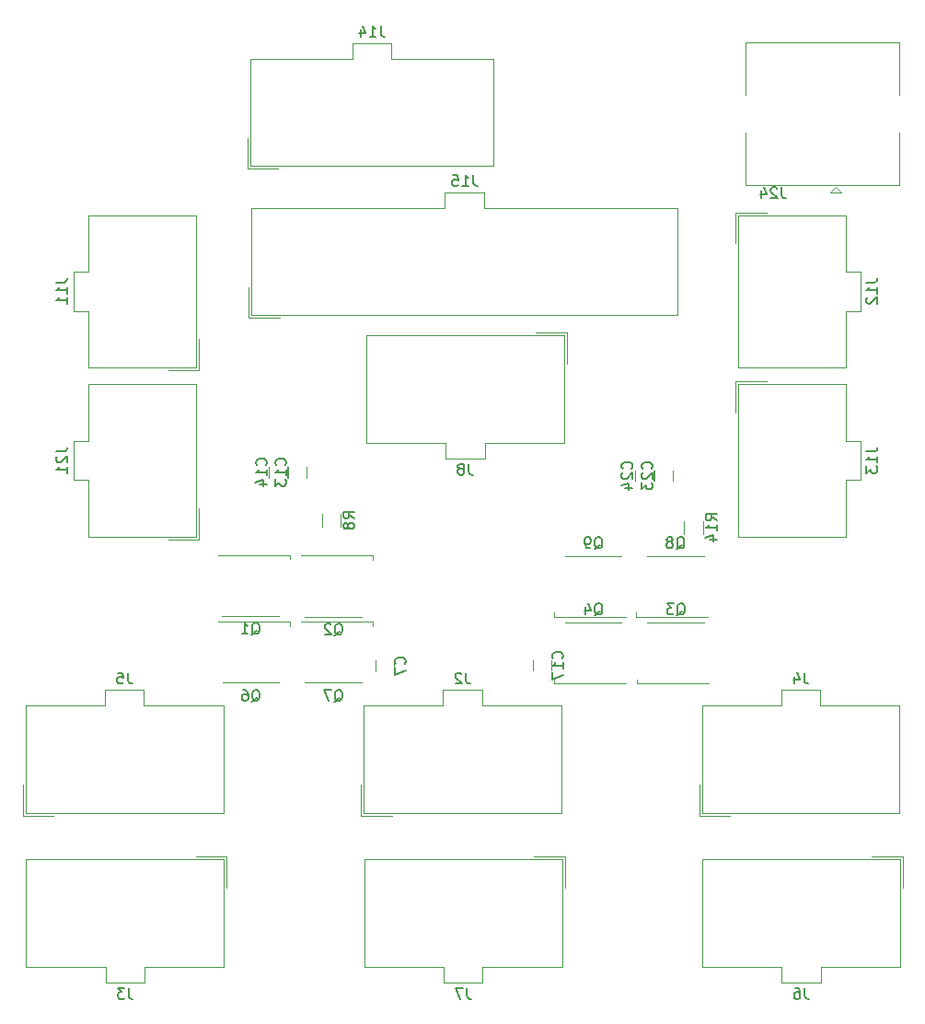
<source format=gbo>
G04 #@! TF.GenerationSoftware,KiCad,Pcbnew,(5.0.0)*
G04 #@! TF.CreationDate,2018-12-05T00:13:44-06:00*
G04 #@! TF.ProjectId,0002-ATX,303030322D4154582E6B696361645F70,0000*
G04 #@! TF.SameCoordinates,Original*
G04 #@! TF.FileFunction,Legend,Bot*
G04 #@! TF.FilePolarity,Positive*
%FSLAX46Y46*%
G04 Gerber Fmt 4.6, Leading zero omitted, Abs format (unit mm)*
G04 Created by KiCad (PCBNEW (5.0.0)) date 12/05/18 00:13:44*
%MOMM*%
%LPD*%
G01*
G04 APERTURE LIST*
%ADD10C,0.120000*%
%ADD11C,0.150000*%
G04 APERTURE END LIST*
D10*
G04 #@! TO.C,J21*
X127988000Y-105240000D02*
X125138000Y-105240000D01*
X127988000Y-102390000D02*
X127988000Y-105240000D01*
X116438000Y-96190000D02*
X116438000Y-97990000D01*
X117838000Y-96190000D02*
X116438000Y-96190000D01*
X117838000Y-90990000D02*
X117838000Y-96190000D01*
X127738000Y-90990000D02*
X117838000Y-90990000D01*
X127738000Y-97990000D02*
X127738000Y-90990000D01*
X116438000Y-99790000D02*
X116438000Y-97990000D01*
X117838000Y-99790000D02*
X116438000Y-99790000D01*
X117838000Y-104990000D02*
X117838000Y-99790000D01*
X127738000Y-104990000D02*
X117838000Y-104990000D01*
X127738000Y-97990000D02*
X127738000Y-104990000D01*
G04 #@! TO.C,Q1*
X136315000Y-106674000D02*
X136315000Y-107074000D01*
X129715000Y-106674000D02*
X136315000Y-106674000D01*
X130115000Y-112274000D02*
X135315000Y-112274000D01*
G04 #@! TO.C,Q6*
X130127000Y-118423000D02*
X135327000Y-118423000D01*
X129727000Y-112823000D02*
X136327000Y-112823000D01*
X136327000Y-112823000D02*
X136327000Y-113223000D01*
G04 #@! TO.C,J15*
X132550000Y-84896000D02*
X132550000Y-82046000D01*
X135400000Y-84896000D02*
X132550000Y-84896000D01*
X154200000Y-73346000D02*
X152400000Y-73346000D01*
X154200000Y-74746000D02*
X154200000Y-73346000D01*
X172000000Y-74746000D02*
X154200000Y-74746000D01*
X172000000Y-84646000D02*
X172000000Y-74746000D01*
X152400000Y-84646000D02*
X172000000Y-84646000D01*
X150600000Y-73346000D02*
X152400000Y-73346000D01*
X150600000Y-74746000D02*
X150600000Y-73346000D01*
X132800000Y-74746000D02*
X150600000Y-74746000D01*
X132800000Y-84646000D02*
X132800000Y-74746000D01*
X152400000Y-84646000D02*
X132800000Y-84646000D01*
G04 #@! TO.C,Q9*
X166844000Y-106798000D02*
X161644000Y-106798000D01*
X167244000Y-112398000D02*
X160644000Y-112398000D01*
X160644000Y-112398000D02*
X160644000Y-111998000D01*
G04 #@! TO.C,C7*
X144184000Y-117356000D02*
X144184000Y-116356000D01*
X145884000Y-116356000D02*
X145884000Y-117356000D01*
G04 #@! TO.C,C13*
X137883000Y-98560000D02*
X137883000Y-99560000D01*
X136183000Y-99560000D02*
X136183000Y-98560000D01*
G04 #@! TO.C,C14*
X134405000Y-99560000D02*
X134405000Y-98560000D01*
X136105000Y-98560000D02*
X136105000Y-99560000D01*
G04 #@! TO.C,C23*
X171601000Y-98877000D02*
X171601000Y-99877000D01*
X169901000Y-99877000D02*
X169901000Y-98877000D01*
G04 #@! TO.C,C24*
X169760000Y-98877000D02*
X169760000Y-99877000D01*
X168060000Y-99877000D02*
X168060000Y-98877000D01*
G04 #@! TO.C,Q3*
X174431000Y-112897000D02*
X169231000Y-112897000D01*
X174831000Y-118497000D02*
X168231000Y-118497000D01*
X168231000Y-118497000D02*
X168231000Y-118097000D01*
G04 #@! TO.C,Q4*
X160652000Y-118494000D02*
X160652000Y-118094000D01*
X167252000Y-118494000D02*
X160652000Y-118494000D01*
X166852000Y-112894000D02*
X161652000Y-112894000D01*
G04 #@! TO.C,R14*
X174362000Y-104740000D02*
X174362000Y-103540000D01*
X172602000Y-103540000D02*
X172602000Y-104740000D01*
G04 #@! TO.C,Q2*
X137735000Y-112348000D02*
X142935000Y-112348000D01*
X137335000Y-106748000D02*
X143935000Y-106748000D01*
X143935000Y-106748000D02*
X143935000Y-107148000D01*
G04 #@! TO.C,Q7*
X143935000Y-112833000D02*
X143935000Y-113233000D01*
X137335000Y-112833000D02*
X143935000Y-112833000D01*
X137735000Y-118433000D02*
X142935000Y-118433000D01*
G04 #@! TO.C,Q8*
X168200000Y-112398000D02*
X168200000Y-111998000D01*
X174800000Y-112398000D02*
X168200000Y-112398000D01*
X174400000Y-106798000D02*
X169200000Y-106798000D01*
G04 #@! TO.C,R8*
X141024000Y-104089000D02*
X141024000Y-102889000D01*
X139264000Y-102889000D02*
X139264000Y-104089000D01*
G04 #@! TO.C,C17*
X160362000Y-116324000D02*
X160362000Y-117324000D01*
X158662000Y-117324000D02*
X158662000Y-116324000D01*
G04 #@! TO.C,J2*
X142868000Y-130655000D02*
X142868000Y-127805000D01*
X145718000Y-130655000D02*
X142868000Y-130655000D01*
X154018000Y-119105000D02*
X152218000Y-119105000D01*
X154018000Y-120505000D02*
X154018000Y-119105000D01*
X161318000Y-120505000D02*
X154018000Y-120505000D01*
X161318000Y-130405000D02*
X161318000Y-120505000D01*
X152218000Y-130405000D02*
X161318000Y-130405000D01*
X150418000Y-119105000D02*
X152218000Y-119105000D01*
X150418000Y-120505000D02*
X150418000Y-119105000D01*
X143118000Y-120505000D02*
X150418000Y-120505000D01*
X143118000Y-130405000D02*
X143118000Y-120505000D01*
X152218000Y-130405000D02*
X143118000Y-130405000D01*
G04 #@! TO.C,J3*
X121172000Y-134683000D02*
X130272000Y-134683000D01*
X130272000Y-134683000D02*
X130272000Y-144583000D01*
X130272000Y-144583000D02*
X122972000Y-144583000D01*
X122972000Y-144583000D02*
X122972000Y-145983000D01*
X122972000Y-145983000D02*
X121172000Y-145983000D01*
X121172000Y-134683000D02*
X112072000Y-134683000D01*
X112072000Y-134683000D02*
X112072000Y-144583000D01*
X112072000Y-144583000D02*
X119372000Y-144583000D01*
X119372000Y-144583000D02*
X119372000Y-145983000D01*
X119372000Y-145983000D02*
X121172000Y-145983000D01*
X127672000Y-134433000D02*
X130522000Y-134433000D01*
X130522000Y-134433000D02*
X130522000Y-137283000D01*
G04 #@! TO.C,J4*
X173979000Y-130655000D02*
X173979000Y-127805000D01*
X176829000Y-130655000D02*
X173979000Y-130655000D01*
X185129000Y-119105000D02*
X183329000Y-119105000D01*
X185129000Y-120505000D02*
X185129000Y-119105000D01*
X192429000Y-120505000D02*
X185129000Y-120505000D01*
X192429000Y-130405000D02*
X192429000Y-120505000D01*
X183329000Y-130405000D02*
X192429000Y-130405000D01*
X181529000Y-119105000D02*
X183329000Y-119105000D01*
X181529000Y-120505000D02*
X181529000Y-119105000D01*
X174229000Y-120505000D02*
X181529000Y-120505000D01*
X174229000Y-130405000D02*
X174229000Y-120505000D01*
X183329000Y-130405000D02*
X174229000Y-130405000D01*
G04 #@! TO.C,J6*
X192724000Y-134433000D02*
X192724000Y-137283000D01*
X189874000Y-134433000D02*
X192724000Y-134433000D01*
X181574000Y-145983000D02*
X183374000Y-145983000D01*
X181574000Y-144583000D02*
X181574000Y-145983000D01*
X174274000Y-144583000D02*
X181574000Y-144583000D01*
X174274000Y-134683000D02*
X174274000Y-144583000D01*
X183374000Y-134683000D02*
X174274000Y-134683000D01*
X185174000Y-145983000D02*
X183374000Y-145983000D01*
X185174000Y-144583000D02*
X185174000Y-145983000D01*
X192474000Y-144583000D02*
X185174000Y-144583000D01*
X192474000Y-134683000D02*
X192474000Y-144583000D01*
X183374000Y-134683000D02*
X192474000Y-134683000D01*
G04 #@! TO.C,J7*
X152273000Y-134683000D02*
X161373000Y-134683000D01*
X161373000Y-134683000D02*
X161373000Y-144583000D01*
X161373000Y-144583000D02*
X154073000Y-144583000D01*
X154073000Y-144583000D02*
X154073000Y-145983000D01*
X154073000Y-145983000D02*
X152273000Y-145983000D01*
X152273000Y-134683000D02*
X143173000Y-134683000D01*
X143173000Y-134683000D02*
X143173000Y-144583000D01*
X143173000Y-144583000D02*
X150473000Y-144583000D01*
X150473000Y-144583000D02*
X150473000Y-145983000D01*
X150473000Y-145983000D02*
X152273000Y-145983000D01*
X158773000Y-134433000D02*
X161623000Y-134433000D01*
X161623000Y-134433000D02*
X161623000Y-137283000D01*
G04 #@! TO.C,J8*
X161800000Y-86249200D02*
X161800000Y-89099200D01*
X158950000Y-86249200D02*
X161800000Y-86249200D01*
X150650000Y-97799200D02*
X152450000Y-97799200D01*
X150650000Y-96399200D02*
X150650000Y-97799200D01*
X143350000Y-96399200D02*
X150650000Y-96399200D01*
X143350000Y-86499200D02*
X143350000Y-96399200D01*
X152450000Y-86499200D02*
X143350000Y-86499200D01*
X154250000Y-97799200D02*
X152450000Y-97799200D01*
X154250000Y-96399200D02*
X154250000Y-97799200D01*
X161550000Y-96399200D02*
X154250000Y-96399200D01*
X161550000Y-86499200D02*
X161550000Y-96399200D01*
X152450000Y-86499200D02*
X161550000Y-86499200D01*
G04 #@! TO.C,J11*
X127738000Y-82432000D02*
X127738000Y-89432000D01*
X127738000Y-89432000D02*
X117838000Y-89432000D01*
X117838000Y-89432000D02*
X117838000Y-84232000D01*
X117838000Y-84232000D02*
X116438000Y-84232000D01*
X116438000Y-84232000D02*
X116438000Y-82432000D01*
X127738000Y-82432000D02*
X127738000Y-75432000D01*
X127738000Y-75432000D02*
X117838000Y-75432000D01*
X117838000Y-75432000D02*
X117838000Y-80632000D01*
X117838000Y-80632000D02*
X116438000Y-80632000D01*
X116438000Y-80632000D02*
X116438000Y-82432000D01*
X127988000Y-86832000D02*
X127988000Y-89682000D01*
X127988000Y-89682000D02*
X125138000Y-89682000D01*
G04 #@! TO.C,J12*
X177320000Y-75182000D02*
X180170000Y-75182000D01*
X177320000Y-78032000D02*
X177320000Y-75182000D01*
X188870000Y-84232000D02*
X188870000Y-82432000D01*
X187470000Y-84232000D02*
X188870000Y-84232000D01*
X187470000Y-89432000D02*
X187470000Y-84232000D01*
X177570000Y-89432000D02*
X187470000Y-89432000D01*
X177570000Y-82432000D02*
X177570000Y-89432000D01*
X188870000Y-80632000D02*
X188870000Y-82432000D01*
X187470000Y-80632000D02*
X188870000Y-80632000D01*
X187470000Y-75432000D02*
X187470000Y-80632000D01*
X177570000Y-75432000D02*
X187470000Y-75432000D01*
X177570000Y-82432000D02*
X177570000Y-75432000D01*
G04 #@! TO.C,J13*
X177570000Y-97989500D02*
X177570000Y-90989500D01*
X177570000Y-90989500D02*
X187470000Y-90989500D01*
X187470000Y-90989500D02*
X187470000Y-96189500D01*
X187470000Y-96189500D02*
X188870000Y-96189500D01*
X188870000Y-96189500D02*
X188870000Y-97989500D01*
X177570000Y-97989500D02*
X177570000Y-104989500D01*
X177570000Y-104989500D02*
X187470000Y-104989500D01*
X187470000Y-104989500D02*
X187470000Y-99789500D01*
X187470000Y-99789500D02*
X188870000Y-99789500D01*
X188870000Y-99789500D02*
X188870000Y-97989500D01*
X177320000Y-93589500D02*
X177320000Y-90739500D01*
X177320000Y-90739500D02*
X180170000Y-90739500D01*
G04 #@! TO.C,J14*
X132423000Y-71180000D02*
X132423000Y-68330000D01*
X135273000Y-71180000D02*
X132423000Y-71180000D01*
X145673000Y-59630000D02*
X143873000Y-59630000D01*
X145673000Y-61030000D02*
X145673000Y-59630000D01*
X155073000Y-61030000D02*
X145673000Y-61030000D01*
X155073000Y-70930000D02*
X155073000Y-61030000D01*
X143873000Y-70930000D02*
X155073000Y-70930000D01*
X142073000Y-59630000D02*
X143873000Y-59630000D01*
X142073000Y-61030000D02*
X142073000Y-59630000D01*
X132673000Y-61030000D02*
X142073000Y-61030000D01*
X132673000Y-70930000D02*
X132673000Y-61030000D01*
X143873000Y-70930000D02*
X132673000Y-70930000D01*
G04 #@! TO.C,J5*
X121108000Y-130405000D02*
X112008000Y-130405000D01*
X112008000Y-130405000D02*
X112008000Y-120505000D01*
X112008000Y-120505000D02*
X119308000Y-120505000D01*
X119308000Y-120505000D02*
X119308000Y-119105000D01*
X119308000Y-119105000D02*
X121108000Y-119105000D01*
X121108000Y-130405000D02*
X130208000Y-130405000D01*
X130208000Y-130405000D02*
X130208000Y-120505000D01*
X130208000Y-120505000D02*
X122908000Y-120505000D01*
X122908000Y-120505000D02*
X122908000Y-119105000D01*
X122908000Y-119105000D02*
X121108000Y-119105000D01*
X114608000Y-130655000D02*
X111758000Y-130655000D01*
X111758000Y-130655000D02*
X111758000Y-127805000D01*
G04 #@! TO.C,J24*
X178256000Y-67877000D02*
X178256000Y-72677000D01*
X178256000Y-59577000D02*
X178256000Y-64377000D01*
X192356000Y-59577000D02*
X178256000Y-59577000D01*
X192356000Y-64377000D02*
X192356000Y-59577000D01*
X192356000Y-72677000D02*
X192356000Y-67877000D01*
X178256000Y-72677000D02*
X192356000Y-72677000D01*
X186056000Y-73377000D02*
X186556000Y-72877000D01*
X187056000Y-73377000D02*
X186056000Y-73377000D01*
X186556000Y-72877000D02*
X187056000Y-73377000D01*
G04 #@! TO.C,J21*
D11*
X114840380Y-97180476D02*
X115554666Y-97180476D01*
X115697523Y-97132857D01*
X115792761Y-97037619D01*
X115840380Y-96894761D01*
X115840380Y-96799523D01*
X114935619Y-97609047D02*
X114888000Y-97656666D01*
X114840380Y-97751904D01*
X114840380Y-97990000D01*
X114888000Y-98085238D01*
X114935619Y-98132857D01*
X115030857Y-98180476D01*
X115126095Y-98180476D01*
X115268952Y-98132857D01*
X115840380Y-97561428D01*
X115840380Y-98180476D01*
X115840380Y-99132857D02*
X115840380Y-98561428D01*
X115840380Y-98847142D02*
X114840380Y-98847142D01*
X114983238Y-98751904D01*
X115078476Y-98656666D01*
X115126095Y-98561428D01*
G04 #@! TO.C,Q1*
X132810238Y-114021619D02*
X132905476Y-113974000D01*
X133000714Y-113878761D01*
X133143571Y-113735904D01*
X133238809Y-113688285D01*
X133334047Y-113688285D01*
X133286428Y-113926380D02*
X133381666Y-113878761D01*
X133476904Y-113783523D01*
X133524523Y-113593047D01*
X133524523Y-113259714D01*
X133476904Y-113069238D01*
X133381666Y-112974000D01*
X133286428Y-112926380D01*
X133095952Y-112926380D01*
X133000714Y-112974000D01*
X132905476Y-113069238D01*
X132857857Y-113259714D01*
X132857857Y-113593047D01*
X132905476Y-113783523D01*
X133000714Y-113878761D01*
X133095952Y-113926380D01*
X133286428Y-113926380D01*
X131905476Y-113926380D02*
X132476904Y-113926380D01*
X132191190Y-113926380D02*
X132191190Y-112926380D01*
X132286428Y-113069238D01*
X132381666Y-113164476D01*
X132476904Y-113212095D01*
G04 #@! TO.C,Q6*
X132822238Y-120170619D02*
X132917476Y-120123000D01*
X133012714Y-120027761D01*
X133155571Y-119884904D01*
X133250809Y-119837285D01*
X133346047Y-119837285D01*
X133298428Y-120075380D02*
X133393666Y-120027761D01*
X133488904Y-119932523D01*
X133536523Y-119742047D01*
X133536523Y-119408714D01*
X133488904Y-119218238D01*
X133393666Y-119123000D01*
X133298428Y-119075380D01*
X133107952Y-119075380D01*
X133012714Y-119123000D01*
X132917476Y-119218238D01*
X132869857Y-119408714D01*
X132869857Y-119742047D01*
X132917476Y-119932523D01*
X133012714Y-120027761D01*
X133107952Y-120075380D01*
X133298428Y-120075380D01*
X132012714Y-119075380D02*
X132203190Y-119075380D01*
X132298428Y-119123000D01*
X132346047Y-119170619D01*
X132441285Y-119313476D01*
X132488904Y-119503952D01*
X132488904Y-119884904D01*
X132441285Y-119980142D01*
X132393666Y-120027761D01*
X132298428Y-120075380D01*
X132107952Y-120075380D01*
X132012714Y-120027761D01*
X131965095Y-119980142D01*
X131917476Y-119884904D01*
X131917476Y-119646809D01*
X131965095Y-119551571D01*
X132012714Y-119503952D01*
X132107952Y-119456333D01*
X132298428Y-119456333D01*
X132393666Y-119503952D01*
X132441285Y-119551571D01*
X132488904Y-119646809D01*
G04 #@! TO.C,J15*
X153209523Y-71748380D02*
X153209523Y-72462666D01*
X153257142Y-72605523D01*
X153352380Y-72700761D01*
X153495238Y-72748380D01*
X153590476Y-72748380D01*
X152209523Y-72748380D02*
X152780952Y-72748380D01*
X152495238Y-72748380D02*
X152495238Y-71748380D01*
X152590476Y-71891238D01*
X152685714Y-71986476D01*
X152780952Y-72034095D01*
X151304761Y-71748380D02*
X151780952Y-71748380D01*
X151828571Y-72224571D01*
X151780952Y-72176952D01*
X151685714Y-72129333D01*
X151447619Y-72129333D01*
X151352380Y-72176952D01*
X151304761Y-72224571D01*
X151257142Y-72319809D01*
X151257142Y-72557904D01*
X151304761Y-72653142D01*
X151352380Y-72700761D01*
X151447619Y-72748380D01*
X151685714Y-72748380D01*
X151780952Y-72700761D01*
X151828571Y-72653142D01*
G04 #@! TO.C,Q9*
X164339238Y-106145619D02*
X164434476Y-106098000D01*
X164529714Y-106002761D01*
X164672571Y-105859904D01*
X164767809Y-105812285D01*
X164863047Y-105812285D01*
X164815428Y-106050380D02*
X164910666Y-106002761D01*
X165005904Y-105907523D01*
X165053523Y-105717047D01*
X165053523Y-105383714D01*
X165005904Y-105193238D01*
X164910666Y-105098000D01*
X164815428Y-105050380D01*
X164624952Y-105050380D01*
X164529714Y-105098000D01*
X164434476Y-105193238D01*
X164386857Y-105383714D01*
X164386857Y-105717047D01*
X164434476Y-105907523D01*
X164529714Y-106002761D01*
X164624952Y-106050380D01*
X164815428Y-106050380D01*
X163910666Y-106050380D02*
X163720190Y-106050380D01*
X163624952Y-106002761D01*
X163577333Y-105955142D01*
X163482095Y-105812285D01*
X163434476Y-105621809D01*
X163434476Y-105240857D01*
X163482095Y-105145619D01*
X163529714Y-105098000D01*
X163624952Y-105050380D01*
X163815428Y-105050380D01*
X163910666Y-105098000D01*
X163958285Y-105145619D01*
X164005904Y-105240857D01*
X164005904Y-105478952D01*
X163958285Y-105574190D01*
X163910666Y-105621809D01*
X163815428Y-105669428D01*
X163624952Y-105669428D01*
X163529714Y-105621809D01*
X163482095Y-105574190D01*
X163434476Y-105478952D01*
G04 #@! TO.C,C7*
X146891142Y-116689333D02*
X146938761Y-116641714D01*
X146986380Y-116498857D01*
X146986380Y-116403619D01*
X146938761Y-116260761D01*
X146843523Y-116165523D01*
X146748285Y-116117904D01*
X146557809Y-116070285D01*
X146414952Y-116070285D01*
X146224476Y-116117904D01*
X146129238Y-116165523D01*
X146034000Y-116260761D01*
X145986380Y-116403619D01*
X145986380Y-116498857D01*
X146034000Y-116641714D01*
X146081619Y-116689333D01*
X145986380Y-117022666D02*
X145986380Y-117689333D01*
X146986380Y-117260761D01*
G04 #@! TO.C,C13*
X135890142Y-98417142D02*
X135937761Y-98369523D01*
X135985380Y-98226666D01*
X135985380Y-98131428D01*
X135937761Y-97988571D01*
X135842523Y-97893333D01*
X135747285Y-97845714D01*
X135556809Y-97798095D01*
X135413952Y-97798095D01*
X135223476Y-97845714D01*
X135128238Y-97893333D01*
X135033000Y-97988571D01*
X134985380Y-98131428D01*
X134985380Y-98226666D01*
X135033000Y-98369523D01*
X135080619Y-98417142D01*
X135985380Y-99369523D02*
X135985380Y-98798095D01*
X135985380Y-99083809D02*
X134985380Y-99083809D01*
X135128238Y-98988571D01*
X135223476Y-98893333D01*
X135271095Y-98798095D01*
X134985380Y-99702857D02*
X134985380Y-100321904D01*
X135366333Y-99988571D01*
X135366333Y-100131428D01*
X135413952Y-100226666D01*
X135461571Y-100274285D01*
X135556809Y-100321904D01*
X135794904Y-100321904D01*
X135890142Y-100274285D01*
X135937761Y-100226666D01*
X135985380Y-100131428D01*
X135985380Y-99845714D01*
X135937761Y-99750476D01*
X135890142Y-99702857D01*
G04 #@! TO.C,C14*
X134112142Y-98417142D02*
X134159761Y-98369523D01*
X134207380Y-98226666D01*
X134207380Y-98131428D01*
X134159761Y-97988571D01*
X134064523Y-97893333D01*
X133969285Y-97845714D01*
X133778809Y-97798095D01*
X133635952Y-97798095D01*
X133445476Y-97845714D01*
X133350238Y-97893333D01*
X133255000Y-97988571D01*
X133207380Y-98131428D01*
X133207380Y-98226666D01*
X133255000Y-98369523D01*
X133302619Y-98417142D01*
X134207380Y-99369523D02*
X134207380Y-98798095D01*
X134207380Y-99083809D02*
X133207380Y-99083809D01*
X133350238Y-98988571D01*
X133445476Y-98893333D01*
X133493095Y-98798095D01*
X133540714Y-100226666D02*
X134207380Y-100226666D01*
X133159761Y-99988571D02*
X133874047Y-99750476D01*
X133874047Y-100369523D01*
G04 #@! TO.C,C23*
X169608142Y-98734142D02*
X169655761Y-98686523D01*
X169703380Y-98543666D01*
X169703380Y-98448428D01*
X169655761Y-98305571D01*
X169560523Y-98210333D01*
X169465285Y-98162714D01*
X169274809Y-98115095D01*
X169131952Y-98115095D01*
X168941476Y-98162714D01*
X168846238Y-98210333D01*
X168751000Y-98305571D01*
X168703380Y-98448428D01*
X168703380Y-98543666D01*
X168751000Y-98686523D01*
X168798619Y-98734142D01*
X168798619Y-99115095D02*
X168751000Y-99162714D01*
X168703380Y-99257952D01*
X168703380Y-99496047D01*
X168751000Y-99591285D01*
X168798619Y-99638904D01*
X168893857Y-99686523D01*
X168989095Y-99686523D01*
X169131952Y-99638904D01*
X169703380Y-99067476D01*
X169703380Y-99686523D01*
X168703380Y-100019857D02*
X168703380Y-100638904D01*
X169084333Y-100305571D01*
X169084333Y-100448428D01*
X169131952Y-100543666D01*
X169179571Y-100591285D01*
X169274809Y-100638904D01*
X169512904Y-100638904D01*
X169608142Y-100591285D01*
X169655761Y-100543666D01*
X169703380Y-100448428D01*
X169703380Y-100162714D01*
X169655761Y-100067476D01*
X169608142Y-100019857D01*
G04 #@! TO.C,C24*
X167767142Y-98734142D02*
X167814761Y-98686523D01*
X167862380Y-98543666D01*
X167862380Y-98448428D01*
X167814761Y-98305571D01*
X167719523Y-98210333D01*
X167624285Y-98162714D01*
X167433809Y-98115095D01*
X167290952Y-98115095D01*
X167100476Y-98162714D01*
X167005238Y-98210333D01*
X166910000Y-98305571D01*
X166862380Y-98448428D01*
X166862380Y-98543666D01*
X166910000Y-98686523D01*
X166957619Y-98734142D01*
X166957619Y-99115095D02*
X166910000Y-99162714D01*
X166862380Y-99257952D01*
X166862380Y-99496047D01*
X166910000Y-99591285D01*
X166957619Y-99638904D01*
X167052857Y-99686523D01*
X167148095Y-99686523D01*
X167290952Y-99638904D01*
X167862380Y-99067476D01*
X167862380Y-99686523D01*
X167195714Y-100543666D02*
X167862380Y-100543666D01*
X166814761Y-100305571D02*
X167529047Y-100067476D01*
X167529047Y-100686523D01*
G04 #@! TO.C,Q3*
X171926238Y-112244619D02*
X172021476Y-112197000D01*
X172116714Y-112101761D01*
X172259571Y-111958904D01*
X172354809Y-111911285D01*
X172450047Y-111911285D01*
X172402428Y-112149380D02*
X172497666Y-112101761D01*
X172592904Y-112006523D01*
X172640523Y-111816047D01*
X172640523Y-111482714D01*
X172592904Y-111292238D01*
X172497666Y-111197000D01*
X172402428Y-111149380D01*
X172211952Y-111149380D01*
X172116714Y-111197000D01*
X172021476Y-111292238D01*
X171973857Y-111482714D01*
X171973857Y-111816047D01*
X172021476Y-112006523D01*
X172116714Y-112101761D01*
X172211952Y-112149380D01*
X172402428Y-112149380D01*
X171640523Y-111149380D02*
X171021476Y-111149380D01*
X171354809Y-111530333D01*
X171211952Y-111530333D01*
X171116714Y-111577952D01*
X171069095Y-111625571D01*
X171021476Y-111720809D01*
X171021476Y-111958904D01*
X171069095Y-112054142D01*
X171116714Y-112101761D01*
X171211952Y-112149380D01*
X171497666Y-112149380D01*
X171592904Y-112101761D01*
X171640523Y-112054142D01*
G04 #@! TO.C,Q4*
X164347238Y-112241619D02*
X164442476Y-112194000D01*
X164537714Y-112098761D01*
X164680571Y-111955904D01*
X164775809Y-111908285D01*
X164871047Y-111908285D01*
X164823428Y-112146380D02*
X164918666Y-112098761D01*
X165013904Y-112003523D01*
X165061523Y-111813047D01*
X165061523Y-111479714D01*
X165013904Y-111289238D01*
X164918666Y-111194000D01*
X164823428Y-111146380D01*
X164632952Y-111146380D01*
X164537714Y-111194000D01*
X164442476Y-111289238D01*
X164394857Y-111479714D01*
X164394857Y-111813047D01*
X164442476Y-112003523D01*
X164537714Y-112098761D01*
X164632952Y-112146380D01*
X164823428Y-112146380D01*
X163537714Y-111479714D02*
X163537714Y-112146380D01*
X163775809Y-111098761D02*
X164013904Y-111813047D01*
X163394857Y-111813047D01*
G04 #@! TO.C,R14*
X175584380Y-103497142D02*
X175108190Y-103163809D01*
X175584380Y-102925714D02*
X174584380Y-102925714D01*
X174584380Y-103306666D01*
X174632000Y-103401904D01*
X174679619Y-103449523D01*
X174774857Y-103497142D01*
X174917714Y-103497142D01*
X175012952Y-103449523D01*
X175060571Y-103401904D01*
X175108190Y-103306666D01*
X175108190Y-102925714D01*
X175584380Y-104449523D02*
X175584380Y-103878095D01*
X175584380Y-104163809D02*
X174584380Y-104163809D01*
X174727238Y-104068571D01*
X174822476Y-103973333D01*
X174870095Y-103878095D01*
X174917714Y-105306666D02*
X175584380Y-105306666D01*
X174536761Y-105068571D02*
X175251047Y-104830476D01*
X175251047Y-105449523D01*
G04 #@! TO.C,Q2*
X140430238Y-114095619D02*
X140525476Y-114048000D01*
X140620714Y-113952761D01*
X140763571Y-113809904D01*
X140858809Y-113762285D01*
X140954047Y-113762285D01*
X140906428Y-114000380D02*
X141001666Y-113952761D01*
X141096904Y-113857523D01*
X141144523Y-113667047D01*
X141144523Y-113333714D01*
X141096904Y-113143238D01*
X141001666Y-113048000D01*
X140906428Y-113000380D01*
X140715952Y-113000380D01*
X140620714Y-113048000D01*
X140525476Y-113143238D01*
X140477857Y-113333714D01*
X140477857Y-113667047D01*
X140525476Y-113857523D01*
X140620714Y-113952761D01*
X140715952Y-114000380D01*
X140906428Y-114000380D01*
X140096904Y-113095619D02*
X140049285Y-113048000D01*
X139954047Y-113000380D01*
X139715952Y-113000380D01*
X139620714Y-113048000D01*
X139573095Y-113095619D01*
X139525476Y-113190857D01*
X139525476Y-113286095D01*
X139573095Y-113428952D01*
X140144523Y-114000380D01*
X139525476Y-114000380D01*
G04 #@! TO.C,Q7*
X140430238Y-120180619D02*
X140525476Y-120133000D01*
X140620714Y-120037761D01*
X140763571Y-119894904D01*
X140858809Y-119847285D01*
X140954047Y-119847285D01*
X140906428Y-120085380D02*
X141001666Y-120037761D01*
X141096904Y-119942523D01*
X141144523Y-119752047D01*
X141144523Y-119418714D01*
X141096904Y-119228238D01*
X141001666Y-119133000D01*
X140906428Y-119085380D01*
X140715952Y-119085380D01*
X140620714Y-119133000D01*
X140525476Y-119228238D01*
X140477857Y-119418714D01*
X140477857Y-119752047D01*
X140525476Y-119942523D01*
X140620714Y-120037761D01*
X140715952Y-120085380D01*
X140906428Y-120085380D01*
X140144523Y-119085380D02*
X139477857Y-119085380D01*
X139906428Y-120085380D01*
G04 #@! TO.C,Q8*
X171895238Y-106145619D02*
X171990476Y-106098000D01*
X172085714Y-106002761D01*
X172228571Y-105859904D01*
X172323809Y-105812285D01*
X172419047Y-105812285D01*
X172371428Y-106050380D02*
X172466666Y-106002761D01*
X172561904Y-105907523D01*
X172609523Y-105717047D01*
X172609523Y-105383714D01*
X172561904Y-105193238D01*
X172466666Y-105098000D01*
X172371428Y-105050380D01*
X172180952Y-105050380D01*
X172085714Y-105098000D01*
X171990476Y-105193238D01*
X171942857Y-105383714D01*
X171942857Y-105717047D01*
X171990476Y-105907523D01*
X172085714Y-106002761D01*
X172180952Y-106050380D01*
X172371428Y-106050380D01*
X171371428Y-105478952D02*
X171466666Y-105431333D01*
X171514285Y-105383714D01*
X171561904Y-105288476D01*
X171561904Y-105240857D01*
X171514285Y-105145619D01*
X171466666Y-105098000D01*
X171371428Y-105050380D01*
X171180952Y-105050380D01*
X171085714Y-105098000D01*
X171038095Y-105145619D01*
X170990476Y-105240857D01*
X170990476Y-105288476D01*
X171038095Y-105383714D01*
X171085714Y-105431333D01*
X171180952Y-105478952D01*
X171371428Y-105478952D01*
X171466666Y-105526571D01*
X171514285Y-105574190D01*
X171561904Y-105669428D01*
X171561904Y-105859904D01*
X171514285Y-105955142D01*
X171466666Y-106002761D01*
X171371428Y-106050380D01*
X171180952Y-106050380D01*
X171085714Y-106002761D01*
X171038095Y-105955142D01*
X170990476Y-105859904D01*
X170990476Y-105669428D01*
X171038095Y-105574190D01*
X171085714Y-105526571D01*
X171180952Y-105478952D01*
G04 #@! TO.C,R8*
X142246380Y-103322333D02*
X141770190Y-102989000D01*
X142246380Y-102750904D02*
X141246380Y-102750904D01*
X141246380Y-103131857D01*
X141294000Y-103227095D01*
X141341619Y-103274714D01*
X141436857Y-103322333D01*
X141579714Y-103322333D01*
X141674952Y-103274714D01*
X141722571Y-103227095D01*
X141770190Y-103131857D01*
X141770190Y-102750904D01*
X141674952Y-103893761D02*
X141627333Y-103798523D01*
X141579714Y-103750904D01*
X141484476Y-103703285D01*
X141436857Y-103703285D01*
X141341619Y-103750904D01*
X141294000Y-103798523D01*
X141246380Y-103893761D01*
X141246380Y-104084238D01*
X141294000Y-104179476D01*
X141341619Y-104227095D01*
X141436857Y-104274714D01*
X141484476Y-104274714D01*
X141579714Y-104227095D01*
X141627333Y-104179476D01*
X141674952Y-104084238D01*
X141674952Y-103893761D01*
X141722571Y-103798523D01*
X141770190Y-103750904D01*
X141865428Y-103703285D01*
X142055904Y-103703285D01*
X142151142Y-103750904D01*
X142198761Y-103798523D01*
X142246380Y-103893761D01*
X142246380Y-104084238D01*
X142198761Y-104179476D01*
X142151142Y-104227095D01*
X142055904Y-104274714D01*
X141865428Y-104274714D01*
X141770190Y-104227095D01*
X141722571Y-104179476D01*
X141674952Y-104084238D01*
G04 #@! TO.C,C17*
X161369142Y-116181142D02*
X161416761Y-116133523D01*
X161464380Y-115990666D01*
X161464380Y-115895428D01*
X161416761Y-115752571D01*
X161321523Y-115657333D01*
X161226285Y-115609714D01*
X161035809Y-115562095D01*
X160892952Y-115562095D01*
X160702476Y-115609714D01*
X160607238Y-115657333D01*
X160512000Y-115752571D01*
X160464380Y-115895428D01*
X160464380Y-115990666D01*
X160512000Y-116133523D01*
X160559619Y-116181142D01*
X161464380Y-117133523D02*
X161464380Y-116562095D01*
X161464380Y-116847809D02*
X160464380Y-116847809D01*
X160607238Y-116752571D01*
X160702476Y-116657333D01*
X160750095Y-116562095D01*
X160464380Y-117466857D02*
X160464380Y-118133523D01*
X161464380Y-117704952D01*
G04 #@! TO.C,J2*
X152551333Y-117507380D02*
X152551333Y-118221666D01*
X152598952Y-118364523D01*
X152694190Y-118459761D01*
X152837047Y-118507380D01*
X152932285Y-118507380D01*
X152122761Y-117602619D02*
X152075142Y-117555000D01*
X151979904Y-117507380D01*
X151741809Y-117507380D01*
X151646571Y-117555000D01*
X151598952Y-117602619D01*
X151551333Y-117697857D01*
X151551333Y-117793095D01*
X151598952Y-117935952D01*
X152170380Y-118507380D01*
X151551333Y-118507380D01*
G04 #@! TO.C,J3*
X121505333Y-146485380D02*
X121505333Y-147199666D01*
X121552952Y-147342523D01*
X121648190Y-147437761D01*
X121791047Y-147485380D01*
X121886285Y-147485380D01*
X121124380Y-146485380D02*
X120505333Y-146485380D01*
X120838666Y-146866333D01*
X120695809Y-146866333D01*
X120600571Y-146913952D01*
X120552952Y-146961571D01*
X120505333Y-147056809D01*
X120505333Y-147294904D01*
X120552952Y-147390142D01*
X120600571Y-147437761D01*
X120695809Y-147485380D01*
X120981523Y-147485380D01*
X121076761Y-147437761D01*
X121124380Y-147390142D01*
G04 #@! TO.C,J4*
X183662333Y-117507380D02*
X183662333Y-118221666D01*
X183709952Y-118364523D01*
X183805190Y-118459761D01*
X183948047Y-118507380D01*
X184043285Y-118507380D01*
X182757571Y-117840714D02*
X182757571Y-118507380D01*
X182995666Y-117459761D02*
X183233761Y-118174047D01*
X182614714Y-118174047D01*
G04 #@! TO.C,J6*
X183707333Y-146485380D02*
X183707333Y-147199666D01*
X183754952Y-147342523D01*
X183850190Y-147437761D01*
X183993047Y-147485380D01*
X184088285Y-147485380D01*
X182802571Y-146485380D02*
X182993047Y-146485380D01*
X183088285Y-146533000D01*
X183135904Y-146580619D01*
X183231142Y-146723476D01*
X183278761Y-146913952D01*
X183278761Y-147294904D01*
X183231142Y-147390142D01*
X183183523Y-147437761D01*
X183088285Y-147485380D01*
X182897809Y-147485380D01*
X182802571Y-147437761D01*
X182754952Y-147390142D01*
X182707333Y-147294904D01*
X182707333Y-147056809D01*
X182754952Y-146961571D01*
X182802571Y-146913952D01*
X182897809Y-146866333D01*
X183088285Y-146866333D01*
X183183523Y-146913952D01*
X183231142Y-146961571D01*
X183278761Y-147056809D01*
G04 #@! TO.C,J7*
X152606333Y-146485380D02*
X152606333Y-147199666D01*
X152653952Y-147342523D01*
X152749190Y-147437761D01*
X152892047Y-147485380D01*
X152987285Y-147485380D01*
X152225380Y-146485380D02*
X151558714Y-146485380D01*
X151987285Y-147485380D01*
G04 #@! TO.C,J8*
X152783333Y-98301580D02*
X152783333Y-99015866D01*
X152830952Y-99158723D01*
X152926190Y-99253961D01*
X153069047Y-99301580D01*
X153164285Y-99301580D01*
X152164285Y-98730152D02*
X152259523Y-98682533D01*
X152307142Y-98634914D01*
X152354761Y-98539676D01*
X152354761Y-98492057D01*
X152307142Y-98396819D01*
X152259523Y-98349200D01*
X152164285Y-98301580D01*
X151973809Y-98301580D01*
X151878571Y-98349200D01*
X151830952Y-98396819D01*
X151783333Y-98492057D01*
X151783333Y-98539676D01*
X151830952Y-98634914D01*
X151878571Y-98682533D01*
X151973809Y-98730152D01*
X152164285Y-98730152D01*
X152259523Y-98777771D01*
X152307142Y-98825390D01*
X152354761Y-98920628D01*
X152354761Y-99111104D01*
X152307142Y-99206342D01*
X152259523Y-99253961D01*
X152164285Y-99301580D01*
X151973809Y-99301580D01*
X151878571Y-99253961D01*
X151830952Y-99206342D01*
X151783333Y-99111104D01*
X151783333Y-98920628D01*
X151830952Y-98825390D01*
X151878571Y-98777771D01*
X151973809Y-98730152D01*
G04 #@! TO.C,J11*
X114840380Y-81622476D02*
X115554666Y-81622476D01*
X115697523Y-81574857D01*
X115792761Y-81479619D01*
X115840380Y-81336761D01*
X115840380Y-81241523D01*
X115840380Y-82622476D02*
X115840380Y-82051047D01*
X115840380Y-82336761D02*
X114840380Y-82336761D01*
X114983238Y-82241523D01*
X115078476Y-82146285D01*
X115126095Y-82051047D01*
X115840380Y-83574857D02*
X115840380Y-83003428D01*
X115840380Y-83289142D02*
X114840380Y-83289142D01*
X114983238Y-83193904D01*
X115078476Y-83098666D01*
X115126095Y-83003428D01*
G04 #@! TO.C,J12*
X189372380Y-81622476D02*
X190086666Y-81622476D01*
X190229523Y-81574857D01*
X190324761Y-81479619D01*
X190372380Y-81336761D01*
X190372380Y-81241523D01*
X190372380Y-82622476D02*
X190372380Y-82051047D01*
X190372380Y-82336761D02*
X189372380Y-82336761D01*
X189515238Y-82241523D01*
X189610476Y-82146285D01*
X189658095Y-82051047D01*
X189467619Y-83003428D02*
X189420000Y-83051047D01*
X189372380Y-83146285D01*
X189372380Y-83384380D01*
X189420000Y-83479619D01*
X189467619Y-83527238D01*
X189562857Y-83574857D01*
X189658095Y-83574857D01*
X189800952Y-83527238D01*
X190372380Y-82955809D01*
X190372380Y-83574857D01*
G04 #@! TO.C,J13*
X189372380Y-97179976D02*
X190086666Y-97179976D01*
X190229523Y-97132357D01*
X190324761Y-97037119D01*
X190372380Y-96894261D01*
X190372380Y-96799023D01*
X190372380Y-98179976D02*
X190372380Y-97608547D01*
X190372380Y-97894261D02*
X189372380Y-97894261D01*
X189515238Y-97799023D01*
X189610476Y-97703785D01*
X189658095Y-97608547D01*
X189372380Y-98513309D02*
X189372380Y-99132357D01*
X189753333Y-98799023D01*
X189753333Y-98941880D01*
X189800952Y-99037119D01*
X189848571Y-99084738D01*
X189943809Y-99132357D01*
X190181904Y-99132357D01*
X190277142Y-99084738D01*
X190324761Y-99037119D01*
X190372380Y-98941880D01*
X190372380Y-98656166D01*
X190324761Y-98560928D01*
X190277142Y-98513309D01*
G04 #@! TO.C,J14*
X144682523Y-58032380D02*
X144682523Y-58746666D01*
X144730142Y-58889523D01*
X144825380Y-58984761D01*
X144968238Y-59032380D01*
X145063476Y-59032380D01*
X143682523Y-59032380D02*
X144253952Y-59032380D01*
X143968238Y-59032380D02*
X143968238Y-58032380D01*
X144063476Y-58175238D01*
X144158714Y-58270476D01*
X144253952Y-58318095D01*
X142825380Y-58365714D02*
X142825380Y-59032380D01*
X143063476Y-57984761D02*
X143301571Y-58699047D01*
X142682523Y-58699047D01*
G04 #@! TO.C,J5*
X121441333Y-117507380D02*
X121441333Y-118221666D01*
X121488952Y-118364523D01*
X121584190Y-118459761D01*
X121727047Y-118507380D01*
X121822285Y-118507380D01*
X120488952Y-117507380D02*
X120965142Y-117507380D01*
X121012761Y-117983571D01*
X120965142Y-117935952D01*
X120869904Y-117888333D01*
X120631809Y-117888333D01*
X120536571Y-117935952D01*
X120488952Y-117983571D01*
X120441333Y-118078809D01*
X120441333Y-118316904D01*
X120488952Y-118412142D01*
X120536571Y-118459761D01*
X120631809Y-118507380D01*
X120869904Y-118507380D01*
X120965142Y-118459761D01*
X121012761Y-118412142D01*
G04 #@! TO.C,J24*
X181565523Y-72879380D02*
X181565523Y-73593666D01*
X181613142Y-73736523D01*
X181708380Y-73831761D01*
X181851238Y-73879380D01*
X181946476Y-73879380D01*
X181136952Y-72974619D02*
X181089333Y-72927000D01*
X180994095Y-72879380D01*
X180756000Y-72879380D01*
X180660761Y-72927000D01*
X180613142Y-72974619D01*
X180565523Y-73069857D01*
X180565523Y-73165095D01*
X180613142Y-73307952D01*
X181184571Y-73879380D01*
X180565523Y-73879380D01*
X179708380Y-73212714D02*
X179708380Y-73879380D01*
X179946476Y-72831761D02*
X180184571Y-73546047D01*
X179565523Y-73546047D01*
G04 #@! TD*
M02*

</source>
